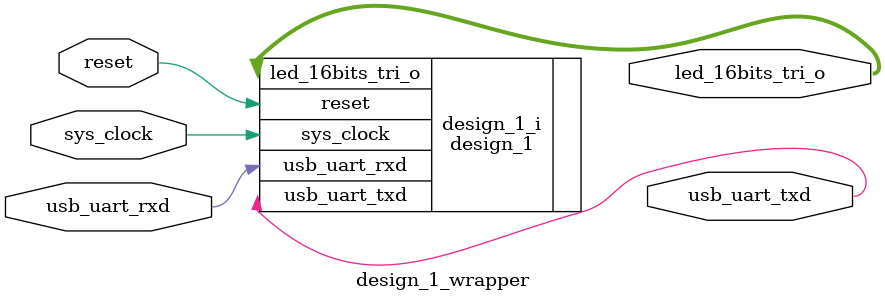
<source format=v>
`timescale 1 ps / 1 ps

module design_1_wrapper
   (led_16bits_tri_o,
    reset,
    sys_clock,
    usb_uart_rxd,
    usb_uart_txd);
  output [15:0]led_16bits_tri_o;
  input reset;
  input sys_clock;
  input usb_uart_rxd;
  output usb_uart_txd;

  wire [15:0]led_16bits_tri_o;
  wire reset;
  wire sys_clock;
  wire usb_uart_rxd;
  wire usb_uart_txd;

  design_1 design_1_i
       (.led_16bits_tri_o(led_16bits_tri_o),
        .reset(reset),
        .sys_clock(sys_clock),
        .usb_uart_rxd(usb_uart_rxd),
        .usb_uart_txd(usb_uart_txd));
endmodule

</source>
